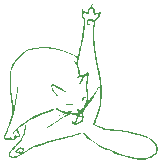
<source format=gbr>
%TF.GenerationSoftware,KiCad,Pcbnew,(5.99.0-12635-ga738257c43)*%
%TF.CreationDate,2021-10-13T00:21:35+02:00*%
%TF.ProjectId,plate,706c6174-652e-46b6-9963-61645f706362,rev?*%
%TF.SameCoordinates,Original*%
%TF.FileFunction,Paste,Top*%
%TF.FilePolarity,Positive*%
%FSLAX46Y46*%
G04 Gerber Fmt 4.6, Leading zero omitted, Abs format (unit mm)*
G04 Created by KiCad (PCBNEW (5.99.0-12635-ga738257c43)) date 2021-10-13 00:21:35*
%MOMM*%
%LPD*%
G01*
G04 APERTURE LIST*
G04 APERTURE END LIST*
%TO.C, *%
G36*
X161778239Y-129240553D02*
G01*
X161807802Y-129168389D01*
X161851785Y-129144745D01*
X161885130Y-129176059D01*
X161890000Y-129211835D01*
X161906257Y-129282999D01*
X161948765Y-129293169D01*
X162008132Y-129253083D01*
X162074962Y-129173481D01*
X162139863Y-129065100D01*
X162193440Y-128938680D01*
X162221664Y-128832687D01*
X162229950Y-128718519D01*
X162191354Y-128654480D01*
X162092549Y-128625469D01*
X162034313Y-128620357D01*
X161915704Y-128605632D01*
X161824596Y-128581526D01*
X161814313Y-128576749D01*
X161728056Y-128566043D01*
X161592751Y-128601146D01*
X161406147Y-128683209D01*
X161165995Y-128813384D01*
X160870044Y-128992821D01*
X160516043Y-129222670D01*
X160402297Y-129298858D01*
X160198625Y-129432842D01*
X160009828Y-129551026D01*
X159846344Y-129647467D01*
X159718612Y-129716220D01*
X159637070Y-129751341D01*
X159611814Y-129748949D01*
X159644649Y-129716954D01*
X159733464Y-129652029D01*
X159865812Y-129562756D01*
X160029248Y-129457719D01*
X160081814Y-129424831D01*
X160290181Y-129293212D01*
X160508198Y-129152065D01*
X160709550Y-129018613D01*
X160863557Y-128913156D01*
X161019645Y-128806091D01*
X161169309Y-128708093D01*
X161288414Y-128634801D01*
X161323557Y-128615127D01*
X161408578Y-128564531D01*
X161419583Y-128542093D01*
X161357406Y-128547690D01*
X161222882Y-128581201D01*
X161016847Y-128642502D01*
X160913717Y-128675059D01*
X160693038Y-128743984D01*
X160541399Y-128787890D01*
X160460059Y-128806830D01*
X160450278Y-128800860D01*
X160513315Y-128770037D01*
X160650431Y-128714416D01*
X160770000Y-128668705D01*
X160932894Y-128605792D01*
X161067422Y-128550854D01*
X161156015Y-128511233D01*
X161180815Y-128497015D01*
X161160210Y-128471367D01*
X161079160Y-128426735D01*
X160952647Y-128370834D01*
X160880249Y-128342292D01*
X160676752Y-128261662D01*
X160540768Y-128198587D01*
X160463338Y-128147090D01*
X160435506Y-128101192D01*
X160448312Y-128054915D01*
X160448693Y-128054305D01*
X160483413Y-128020984D01*
X160534390Y-128034405D01*
X160597947Y-128077234D01*
X160685967Y-128127485D01*
X160825515Y-128191720D01*
X160992093Y-128258992D01*
X161063923Y-128285413D01*
X161417847Y-128411530D01*
X161578683Y-128329348D01*
X161693156Y-128280352D01*
X161761968Y-128277508D01*
X161784424Y-128292144D01*
X161806436Y-128341100D01*
X161778530Y-128368568D01*
X161762224Y-128401592D01*
X161819308Y-128441667D01*
X161830747Y-128447026D01*
X161999449Y-128490631D01*
X162181112Y-128467021D01*
X162281284Y-128430460D01*
X162430000Y-128366883D01*
X162340000Y-128305384D01*
X162272380Y-128238385D01*
X162251555Y-128174644D01*
X162282075Y-128136579D01*
X162305102Y-128133470D01*
X162375203Y-128161734D01*
X162410000Y-128193564D01*
X162486189Y-128249252D01*
X162551834Y-128227533D01*
X162599399Y-128131070D01*
X162600694Y-128126179D01*
X162640453Y-128025059D01*
X162684011Y-127983386D01*
X162718177Y-128005662D01*
X162730000Y-128082055D01*
X162720307Y-128179464D01*
X162700000Y-128236478D01*
X162699014Y-128242704D01*
X162734512Y-128206777D01*
X162781610Y-128124406D01*
X162819326Y-128003921D01*
X162826253Y-127967626D01*
X162858721Y-127839453D01*
X162915481Y-127679225D01*
X162971740Y-127548902D01*
X163056114Y-127316461D01*
X163090028Y-127068836D01*
X163074407Y-126788585D01*
X163026020Y-126525434D01*
X162996437Y-126364828D01*
X162980952Y-126217218D01*
X162982726Y-126116894D01*
X162998418Y-126021132D01*
X163022937Y-125871974D01*
X163052064Y-125695077D01*
X163065774Y-125611901D01*
X163091262Y-125448133D01*
X163108789Y-125317116D01*
X163116116Y-125236733D01*
X163114794Y-125220343D01*
X163063884Y-125218364D01*
X162983231Y-125286068D01*
X162871790Y-125424576D01*
X162729225Y-125633908D01*
X162628877Y-125782348D01*
X162541572Y-125899116D01*
X162477325Y-125971598D01*
X162447588Y-125988602D01*
X162439096Y-125938236D01*
X162479245Y-125833577D01*
X162564873Y-125681391D01*
X162657546Y-125539385D01*
X162773843Y-125369116D01*
X162676950Y-125369116D01*
X162578537Y-125382449D01*
X162450543Y-125415755D01*
X162410000Y-125429211D01*
X162293969Y-125469542D01*
X162234603Y-125484593D01*
X162212934Y-125475197D01*
X162209994Y-125442186D01*
X162210000Y-125437994D01*
X162243552Y-125389137D01*
X162324275Y-125343481D01*
X162324721Y-125343312D01*
X162439442Y-125299942D01*
X162341977Y-124923882D01*
X162296974Y-124749155D01*
X162257494Y-124593912D01*
X162229395Y-124481273D01*
X162221329Y-124447665D01*
X162179500Y-124347655D01*
X162109420Y-124240812D01*
X162104073Y-124234260D01*
X162041998Y-124150280D01*
X162010851Y-124090017D01*
X162010000Y-124084024D01*
X162036953Y-124049382D01*
X162101970Y-124061833D01*
X162172892Y-124109751D01*
X162217278Y-124142258D01*
X162243115Y-124126220D01*
X162262768Y-124048420D01*
X162270205Y-124005751D01*
X162279936Y-123894190D01*
X162270320Y-123816396D01*
X162262794Y-123803445D01*
X162186037Y-123748682D01*
X162051050Y-123673674D01*
X161874620Y-123586006D01*
X161673536Y-123493265D01*
X161464586Y-123403035D01*
X161264558Y-123322904D01*
X161090241Y-123260457D01*
X161002444Y-123233948D01*
X160627801Y-123137386D01*
X160310870Y-123066320D01*
X160034286Y-123018581D01*
X159780679Y-122991998D01*
X159532684Y-122984402D01*
X159272933Y-122993623D01*
X159150000Y-123002484D01*
X158824406Y-123031776D01*
X158563289Y-123064321D01*
X158351148Y-123105318D01*
X158172483Y-123159967D01*
X158011793Y-123233467D01*
X157853580Y-123331020D01*
X157682342Y-123457825D01*
X157601799Y-123521871D01*
X157325292Y-123778782D01*
X157089715Y-124075438D01*
X156881928Y-124429144D01*
X156824845Y-124545170D01*
X156746070Y-124731142D01*
X156688597Y-124919126D01*
X156650900Y-125123248D01*
X156631454Y-125357633D01*
X156628734Y-125636405D01*
X156641213Y-125973690D01*
X156651510Y-126150347D01*
X156670795Y-126440489D01*
X156689246Y-126675582D01*
X156709545Y-126880625D01*
X156734376Y-127080617D01*
X156766423Y-127300558D01*
X156793411Y-127472429D01*
X156810651Y-127597779D01*
X156829961Y-127764126D01*
X156845012Y-127913123D01*
X156871000Y-128193564D01*
X156917235Y-128013280D01*
X156947701Y-127875484D01*
X156984655Y-127679850D01*
X157024637Y-127448046D01*
X157064190Y-127201737D01*
X157099856Y-126962593D01*
X157128178Y-126752279D01*
X157145696Y-126592463D01*
X157147415Y-126571009D01*
X157156921Y-126443747D01*
X157164187Y-126350672D01*
X157166790Y-126320615D01*
X157201644Y-126292022D01*
X157215869Y-126290568D01*
X157239329Y-126318932D01*
X157246563Y-126409360D01*
X157238141Y-126569852D01*
X157236829Y-126585709D01*
X157184178Y-127047059D01*
X157103461Y-127539219D01*
X156999072Y-128044964D01*
X156875407Y-128547067D01*
X156736860Y-129028303D01*
X156587827Y-129471447D01*
X156432703Y-129859272D01*
X156363628Y-130007999D01*
X156276962Y-130192355D01*
X156207520Y-130354197D01*
X156161233Y-130478577D01*
X156144033Y-130550548D01*
X156145070Y-130558867D01*
X156198699Y-130600992D01*
X156295726Y-130616448D01*
X156404162Y-130605377D01*
X156492014Y-130567919D01*
X156504285Y-130557287D01*
X156593382Y-130503386D01*
X156672895Y-130512940D01*
X156718958Y-130579420D01*
X156765359Y-130643848D01*
X156825214Y-130649531D01*
X156885373Y-130622101D01*
X156914999Y-130548035D01*
X156922414Y-130487176D01*
X156946247Y-130375390D01*
X156992138Y-130336941D01*
X156992414Y-130336940D01*
X157044113Y-130356788D01*
X157050000Y-130372330D01*
X157083277Y-130412632D01*
X157159651Y-130430262D01*
X157243938Y-130419063D01*
X157264318Y-130409836D01*
X157323928Y-130345984D01*
X157305822Y-130266696D01*
X157248887Y-130205061D01*
X157180975Y-130114027D01*
X157143759Y-130015231D01*
X157120611Y-129936340D01*
X157088489Y-129924984D01*
X157062234Y-129942764D01*
X157002662Y-130012261D01*
X156946335Y-130103659D01*
X156883644Y-130195610D01*
X156831570Y-130209799D01*
X156796920Y-130160271D01*
X156804748Y-130091568D01*
X156871645Y-129994280D01*
X156999558Y-129866757D01*
X157190433Y-129707353D01*
X157446217Y-129514419D01*
X157768858Y-129286306D01*
X158075206Y-129078191D01*
X158610183Y-128758527D01*
X159187942Y-128483506D01*
X159779042Y-128266619D01*
X159966065Y-128211734D01*
X160150788Y-128167918D01*
X160264539Y-128157650D01*
X160303062Y-128170591D01*
X160320842Y-128190745D01*
X160320234Y-128207997D01*
X160289884Y-128227216D01*
X160218438Y-128253268D01*
X160094543Y-128291019D01*
X159906845Y-128345336D01*
X159872133Y-128355315D01*
X159366077Y-128531831D01*
X158832724Y-128777186D01*
X158278948Y-129087769D01*
X157711620Y-129459968D01*
X157550553Y-129575260D01*
X157390487Y-129692709D01*
X157287040Y-129773156D01*
X157232062Y-129826627D01*
X157217400Y-129863148D01*
X157234902Y-129892745D01*
X157269805Y-129920556D01*
X157320623Y-129972269D01*
X157302288Y-130008769D01*
X157299377Y-130010631D01*
X157280377Y-130048253D01*
X157323119Y-130110190D01*
X157349571Y-130136222D01*
X157432842Y-130254837D01*
X157444285Y-130370731D01*
X157390789Y-130466893D01*
X157279244Y-130526315D01*
X157187142Y-130537255D01*
X157095748Y-130547512D01*
X157050925Y-130572668D01*
X157050000Y-130577318D01*
X157016883Y-130648871D01*
X156937661Y-130720809D01*
X156842526Y-130769425D01*
X156794897Y-130777634D01*
X156700156Y-130754681D01*
X156651860Y-130719784D01*
X156595007Y-130683144D01*
X156512460Y-130703681D01*
X156510065Y-130704768D01*
X156402808Y-130727097D01*
X156258980Y-130723536D01*
X156233102Y-130720099D01*
X156049999Y-130692598D01*
X156050000Y-130510938D01*
X156072881Y-130338680D01*
X156124933Y-130222935D01*
X156210289Y-130083661D01*
X156307285Y-129897774D01*
X156401847Y-129694537D01*
X156479899Y-129503211D01*
X156503691Y-129435520D01*
X156597588Y-129137902D01*
X156674233Y-128869795D01*
X156731363Y-128640891D01*
X156766713Y-128460880D01*
X156778019Y-128339452D01*
X156770337Y-128294353D01*
X156747296Y-128212182D01*
X156732694Y-128085038D01*
X156730000Y-128002408D01*
X156723765Y-127864168D01*
X156707097Y-127678565D01*
X156683051Y-127477216D01*
X156671105Y-127393007D01*
X156635113Y-127115977D01*
X156603830Y-126803980D01*
X156578077Y-126473561D01*
X156558672Y-126141266D01*
X156546434Y-125823640D01*
X156542185Y-125537230D01*
X156546742Y-125298580D01*
X156559330Y-125136109D01*
X156638610Y-124782842D01*
X156781283Y-124422290D01*
X156976223Y-124076315D01*
X157212303Y-123766780D01*
X157307277Y-123666435D01*
X157540070Y-123446883D01*
X157744965Y-123282408D01*
X157939791Y-123162344D01*
X158142379Y-123076023D01*
X158370561Y-123012778D01*
X158416384Y-123002884D01*
X158607314Y-122970262D01*
X158846886Y-122939828D01*
X159103752Y-122915090D01*
X159334711Y-122900085D01*
X159580135Y-122891139D01*
X159773158Y-122891181D01*
X159941056Y-122901985D01*
X160111102Y-122925326D01*
X160310571Y-122962976D01*
X160314711Y-122963818D01*
X160659291Y-123037658D01*
X160945501Y-123108546D01*
X161194383Y-123183224D01*
X161426981Y-123268433D01*
X161664336Y-123370914D01*
X161828963Y-123448925D01*
X162005336Y-123534072D01*
X162152840Y-123604081D01*
X162258210Y-123652749D01*
X162308182Y-123673870D01*
X162310458Y-123674150D01*
X162320061Y-123634506D01*
X162343988Y-123533569D01*
X162378287Y-123388053D01*
X162407011Y-123265804D01*
X162453683Y-123070098D01*
X162500478Y-122879196D01*
X162540186Y-122722299D01*
X162555365Y-122664858D01*
X162604233Y-122456497D01*
X162654039Y-122195272D01*
X162701721Y-121902945D01*
X162744219Y-121601282D01*
X162778471Y-121312046D01*
X162801417Y-121057002D01*
X162809995Y-120857915D01*
X162810000Y-120854424D01*
X162807139Y-120662385D01*
X162796831Y-120533131D01*
X162776480Y-120449467D01*
X162743496Y-120394200D01*
X162740000Y-120390231D01*
X162702992Y-120329805D01*
X162680749Y-120236968D01*
X162670124Y-120093527D01*
X162668007Y-119973838D01*
X162672175Y-119780241D01*
X162686888Y-119659690D01*
X162711415Y-119613996D01*
X162745024Y-119644968D01*
X162773485Y-119713014D01*
X162833990Y-119810725D01*
X162902450Y-119851088D01*
X163003681Y-119879012D01*
X163053171Y-119897014D01*
X163100488Y-119895376D01*
X163139664Y-119835181D01*
X163165021Y-119761128D01*
X163214540Y-119646422D01*
X163277539Y-119562285D01*
X163294739Y-119549135D01*
X163366287Y-119478537D01*
X163428507Y-119375081D01*
X163430847Y-119369668D01*
X163483426Y-119277198D01*
X163530768Y-119240136D01*
X163558598Y-119261251D01*
X163552640Y-119343307D01*
X163551924Y-119346206D01*
X163546917Y-119434331D01*
X163595299Y-119506684D01*
X163631943Y-119538216D01*
X163701568Y-119610190D01*
X163733620Y-119700073D01*
X163741240Y-119812073D01*
X163743769Y-120000662D01*
X163900712Y-120000662D01*
X164037402Y-119982620D01*
X164161980Y-119938587D01*
X164172597Y-119932658D01*
X164267516Y-119892221D01*
X164317107Y-119898754D01*
X164309959Y-119942068D01*
X164249402Y-120001220D01*
X164172495Y-120092117D01*
X164162822Y-120178456D01*
X164154312Y-120252587D01*
X164104141Y-120340788D01*
X164002640Y-120458923D01*
X163972822Y-120490132D01*
X163858641Y-120616973D01*
X163795411Y-120713843D01*
X163771351Y-120800496D01*
X163770000Y-120830232D01*
X163763144Y-120937613D01*
X163745252Y-121089230D01*
X163722555Y-121237799D01*
X163704836Y-121371827D01*
X163696102Y-121524726D01*
X163696350Y-121711918D01*
X163705578Y-121948831D01*
X163722402Y-122230104D01*
X163738810Y-122468166D01*
X163754951Y-122684313D01*
X163769597Y-122863415D01*
X163781522Y-122990340D01*
X163788518Y-123045457D01*
X163807499Y-123157250D01*
X163826740Y-123285600D01*
X163826773Y-123285836D01*
X163871836Y-123591941D01*
X163918557Y-123875075D01*
X163964064Y-124119395D01*
X164005487Y-124309057D01*
X164026449Y-124387571D01*
X164062062Y-124527376D01*
X164104909Y-124727429D01*
X164151504Y-124968571D01*
X164198360Y-125231647D01*
X164241989Y-125497500D01*
X164278905Y-125746973D01*
X164292346Y-125848380D01*
X164306188Y-125998972D01*
X164318047Y-126205913D01*
X164326901Y-126445434D01*
X164331727Y-126693763D01*
X164332273Y-126777326D01*
X164325299Y-127124375D01*
X164300001Y-127447708D01*
X164252880Y-127766522D01*
X164180437Y-128100016D01*
X164079173Y-128467386D01*
X163950083Y-128874314D01*
X163888129Y-129065650D01*
X163838240Y-129228965D01*
X163804635Y-129349707D01*
X163791534Y-129413323D01*
X163792135Y-129418950D01*
X163833010Y-129447435D01*
X163926306Y-129499411D01*
X164052233Y-129563879D01*
X164058515Y-129566979D01*
X164356398Y-129685128D01*
X164722695Y-129781560D01*
X165148327Y-129854471D01*
X165624217Y-129902058D01*
X165795425Y-129912127D01*
X166083723Y-129930951D01*
X166322067Y-129959224D01*
X166540388Y-130002083D01*
X166768615Y-130064666D01*
X166870000Y-130096571D01*
X167045569Y-130145857D01*
X167248054Y-130192024D01*
X167384111Y-130216913D01*
X167593535Y-130263962D01*
X167842667Y-130341862D01*
X168102778Y-130439970D01*
X168345140Y-130547639D01*
X168504542Y-130632092D01*
X168737316Y-130800483D01*
X168909064Y-131002286D01*
X168995354Y-131158233D01*
X169074315Y-131404585D01*
X169075847Y-131635993D01*
X169001792Y-131848304D01*
X168853993Y-132037367D01*
X168634290Y-132199032D01*
X168504011Y-132265599D01*
X168374422Y-132314931D01*
X168211124Y-132363944D01*
X168037095Y-132407322D01*
X167875313Y-132439748D01*
X167748755Y-132455903D01*
X167690000Y-132453966D01*
X167644415Y-132447482D01*
X167536771Y-132433645D01*
X167384435Y-132414655D01*
X167248478Y-132398012D01*
X167032530Y-132360868D01*
X166763288Y-132297951D01*
X166460813Y-132215460D01*
X166145166Y-132119596D01*
X165836408Y-132016559D01*
X165554601Y-131912549D01*
X165319804Y-131813764D01*
X165250151Y-131780426D01*
X165103617Y-131714093D01*
X164916825Y-131639120D01*
X164726120Y-131569966D01*
X164694473Y-131559348D01*
X164544816Y-131503507D01*
X164387760Y-131430642D01*
X164213064Y-131334615D01*
X164010485Y-131209286D01*
X163769781Y-131048517D01*
X163480710Y-130846170D01*
X163356680Y-130757551D01*
X163189430Y-130630396D01*
X163031294Y-130497500D01*
X162896696Y-130372211D01*
X162800059Y-130267877D01*
X162757539Y-130203119D01*
X162739021Y-130121651D01*
X162768742Y-130103813D01*
X162846440Y-130149516D01*
X162971853Y-130258672D01*
X163000141Y-130285695D01*
X163162003Y-130431281D01*
X163374476Y-130606394D01*
X163620526Y-130797783D01*
X163883119Y-130992198D01*
X164145075Y-131176290D01*
X164273546Y-131250974D01*
X164447685Y-131335271D01*
X164636850Y-131414741D01*
X164705075Y-131440231D01*
X164914873Y-131518477D01*
X165143825Y-131608501D01*
X165349481Y-131693523D01*
X165390000Y-131711031D01*
X165750369Y-131856613D01*
X166134566Y-131990822D01*
X166520728Y-132107220D01*
X166886995Y-132199367D01*
X167211504Y-132260822D01*
X167293875Y-132271888D01*
X167593095Y-132302386D01*
X167832819Y-132312403D01*
X168031483Y-132299553D01*
X168207526Y-132261447D01*
X168379385Y-132195697D01*
X168548474Y-132109388D01*
X168757342Y-131957203D01*
X168894423Y-131776979D01*
X168959133Y-131577207D01*
X168950886Y-131366379D01*
X168869099Y-131152985D01*
X168713188Y-130945515D01*
X168633806Y-130869485D01*
X168467598Y-130749983D01*
X168244212Y-130627395D01*
X167985523Y-130510906D01*
X167713409Y-130409702D01*
X167449748Y-130332968D01*
X167270000Y-130296894D01*
X167097374Y-130266305D01*
X166937283Y-130229929D01*
X166821060Y-130194998D01*
X166810475Y-130190803D01*
X166685153Y-130143743D01*
X166553615Y-130106874D01*
X166400894Y-130077861D01*
X166212026Y-130054369D01*
X165972046Y-130034065D01*
X165690000Y-130016003D01*
X165260361Y-129982837D01*
X164892954Y-129935090D01*
X164570728Y-129868908D01*
X164276636Y-129780437D01*
X163993628Y-129665823D01*
X163861000Y-129602527D01*
X163702970Y-129516078D01*
X163614604Y-129444555D01*
X163589435Y-129378268D01*
X163620994Y-129307530D01*
X163645046Y-129279056D01*
X163707410Y-129181370D01*
X163779971Y-129019019D01*
X163858522Y-128806154D01*
X163938853Y-128556926D01*
X164016757Y-128285486D01*
X164088026Y-128005986D01*
X164148450Y-127732576D01*
X164193821Y-127479408D01*
X164206132Y-127392303D01*
X164230461Y-127075752D01*
X164232081Y-126700331D01*
X164212626Y-126283494D01*
X164173728Y-125842697D01*
X164117020Y-125395396D01*
X164044134Y-124959047D01*
X163956703Y-124551105D01*
X163930703Y-124447665D01*
X163890612Y-124274372D01*
X163844115Y-124042331D01*
X163794860Y-123772283D01*
X163746494Y-123484972D01*
X163702665Y-123201140D01*
X163670051Y-122965331D01*
X163634592Y-122621465D01*
X163611528Y-122250723D01*
X163601012Y-121873394D01*
X163603196Y-121509772D01*
X163618232Y-121180146D01*
X163646273Y-120904807D01*
X163654178Y-120853680D01*
X163656412Y-120789963D01*
X163654736Y-120746940D01*
X163640982Y-120696351D01*
X163597656Y-120715557D01*
X163590000Y-120721798D01*
X163539716Y-120747721D01*
X163530000Y-120727961D01*
X163500904Y-120701646D01*
X163470337Y-120707180D01*
X163407307Y-120696406D01*
X163386057Y-120665860D01*
X163336214Y-120607888D01*
X163272240Y-120617122D01*
X163215431Y-120688928D01*
X163209009Y-120704374D01*
X163176977Y-120803454D01*
X163188868Y-120858046D01*
X163257383Y-120897432D01*
X163300000Y-120914156D01*
X163381125Y-120951627D01*
X163393998Y-120981451D01*
X163370000Y-121002452D01*
X163257764Y-121039892D01*
X163163734Y-120999772D01*
X163116248Y-120934669D01*
X163084114Y-120854338D01*
X163084483Y-120773906D01*
X163117674Y-120657341D01*
X163118731Y-120654227D01*
X163165690Y-120542612D01*
X163216847Y-120491433D01*
X163271399Y-120481419D01*
X163353549Y-120495256D01*
X163387679Y-120517721D01*
X163439759Y-120539460D01*
X163482834Y-120534967D01*
X163566495Y-120546758D01*
X163606501Y-120577355D01*
X163640451Y-120603192D01*
X163684551Y-120593561D01*
X163753833Y-120540433D01*
X163853707Y-120445273D01*
X163952908Y-120337718D01*
X164023484Y-120242585D01*
X164050000Y-120181089D01*
X164038305Y-120138514D01*
X163989989Y-120123018D01*
X163885202Y-120129077D01*
X163869368Y-120130823D01*
X163756614Y-120135820D01*
X163680862Y-120124834D01*
X163666542Y-120115248D01*
X163650763Y-120057275D01*
X163634789Y-119948563D01*
X163627123Y-119871656D01*
X163606860Y-119719529D01*
X163571343Y-119635045D01*
X163511181Y-119605936D01*
X163431513Y-119616102D01*
X163332150Y-119679736D01*
X163268558Y-119801668D01*
X163250000Y-119938270D01*
X163224906Y-120033824D01*
X163188827Y-120081763D01*
X163135204Y-120107698D01*
X163075793Y-120080891D01*
X163032395Y-120042980D01*
X162926404Y-119972577D01*
X162843497Y-119976296D01*
X162791142Y-120051781D01*
X162778059Y-120123232D01*
X162788317Y-120251881D01*
X162848059Y-120339440D01*
X162889144Y-120387666D01*
X162913896Y-120453774D01*
X162926200Y-120557356D01*
X162929937Y-120718001D01*
X162930000Y-120752833D01*
X162920281Y-120973135D01*
X162892843Y-121254302D01*
X162850256Y-121579693D01*
X162795094Y-121932667D01*
X162729931Y-122296584D01*
X162657338Y-122654804D01*
X162591008Y-122945299D01*
X162539956Y-123159143D01*
X162494258Y-123356603D01*
X162458133Y-123519010D01*
X162435803Y-123627694D01*
X162432525Y-123646404D01*
X162390501Y-123914677D01*
X162361948Y-124118012D01*
X162346142Y-124270328D01*
X162342360Y-124385540D01*
X162349877Y-124477565D01*
X162367969Y-124560322D01*
X162382486Y-124607918D01*
X162426519Y-124766252D01*
X162461902Y-124932513D01*
X162467541Y-124967439D01*
X162512286Y-125132897D01*
X162585749Y-125243906D01*
X162679748Y-125288621D01*
X162689635Y-125288990D01*
X162756446Y-125265536D01*
X162858432Y-125205011D01*
X162940435Y-125145751D01*
X163050584Y-125065399D01*
X163123576Y-125031248D01*
X163181185Y-125035313D01*
X163208119Y-125047604D01*
X163264587Y-125094490D01*
X163270549Y-125127847D01*
X163256438Y-125179846D01*
X163235040Y-125293385D01*
X163209504Y-125450563D01*
X163188198Y-125595808D01*
X163160729Y-125774684D01*
X163133332Y-125923834D01*
X163109549Y-126025496D01*
X163095474Y-126060731D01*
X163088748Y-126111677D01*
X163097238Y-126221802D01*
X163119042Y-126372017D01*
X163135496Y-126462133D01*
X163189743Y-126810480D01*
X163205802Y-127101138D01*
X163183590Y-127329255D01*
X163152041Y-127433652D01*
X163116474Y-127532733D01*
X163120779Y-127564220D01*
X163165282Y-127527843D01*
X163250308Y-127423330D01*
X163376183Y-127250410D01*
X163382551Y-127241387D01*
X163511602Y-127058425D01*
X163651560Y-126860121D01*
X163777889Y-126681240D01*
X163811869Y-126633155D01*
X163903574Y-126501110D01*
X163976463Y-126391867D01*
X164018614Y-126323454D01*
X164023841Y-126312650D01*
X164057515Y-126291227D01*
X164068817Y-126298207D01*
X164059291Y-126340029D01*
X164011661Y-126434013D01*
X163933523Y-126566552D01*
X163832470Y-126724039D01*
X163824293Y-126736306D01*
X163682752Y-126949517D01*
X163585184Y-127100078D01*
X163529826Y-127191078D01*
X163514917Y-127225608D01*
X163538694Y-127206759D01*
X163587282Y-127151924D01*
X163650586Y-127087169D01*
X163686639Y-127068895D01*
X163689801Y-127076080D01*
X163666233Y-127130022D01*
X163602910Y-127230035D01*
X163511246Y-127360598D01*
X163402659Y-127506191D01*
X163288563Y-127651292D01*
X163180374Y-127780383D01*
X163133064Y-127832997D01*
X163029426Y-127963058D01*
X162938795Y-128107340D01*
X162909955Y-128165951D01*
X162851042Y-128277835D01*
X162789281Y-128358205D01*
X162767188Y-128375355D01*
X162727350Y-128405370D01*
X162719584Y-128451684D01*
X162742726Y-128539180D01*
X162757464Y-128582834D01*
X162795008Y-128775317D01*
X162782793Y-128965472D01*
X162724434Y-129127289D01*
X162672167Y-129196613D01*
X162523133Y-129311747D01*
X162341975Y-129402994D01*
X162161774Y-129455535D01*
X162078408Y-129462625D01*
X161934252Y-129437045D01*
X161828676Y-129373023D01*
X161820343Y-129358052D01*
X162130000Y-129358052D01*
X162162405Y-129355587D01*
X162243611Y-129327269D01*
X162280000Y-129312231D01*
X162387922Y-129266163D01*
X162468208Y-129232196D01*
X162480000Y-129227280D01*
X162526453Y-129175555D01*
X162530000Y-129155079D01*
X162562087Y-129096635D01*
X162587793Y-129081344D01*
X162645330Y-129019910D01*
X162673247Y-128905574D01*
X162669668Y-128760588D01*
X162632722Y-128607200D01*
X162628640Y-128596206D01*
X162571044Y-128465965D01*
X162529154Y-128409511D01*
X162506092Y-128421504D01*
X162504980Y-128496603D01*
X162528940Y-128629465D01*
X162553702Y-128724400D01*
X162561124Y-128797783D01*
X162534375Y-128813313D01*
X162488666Y-128776174D01*
X162439209Y-128691550D01*
X162436148Y-128684337D01*
X162382067Y-128554132D01*
X162352075Y-128765952D01*
X162313838Y-128932537D01*
X162252920Y-129102340D01*
X162226042Y-129158687D01*
X162171345Y-129265026D01*
X162136562Y-129339005D01*
X162130000Y-129358052D01*
X161820343Y-129358052D01*
X161778621Y-129283093D01*
X161778239Y-129240553D01*
G37*
G36*
X160257807Y-126022386D02*
G01*
X160383233Y-126075809D01*
X160535458Y-126167636D01*
X160706939Y-126270482D01*
X160900440Y-126373760D01*
X161033739Y-126436961D01*
X161167703Y-126504438D01*
X161258120Y-126567658D01*
X161296745Y-126618065D01*
X161275330Y-126647105D01*
X161240000Y-126650940D01*
X161175777Y-126631780D01*
X161060526Y-126580606D01*
X160911902Y-126506487D01*
X160747558Y-126418494D01*
X160585148Y-126325696D01*
X160472168Y-126256451D01*
X160312686Y-126165135D01*
X160208605Y-126131222D01*
X160158437Y-126155777D01*
X160160697Y-126239867D01*
X160213897Y-126384557D01*
X160233632Y-126427472D01*
X160324242Y-126589956D01*
X160438311Y-126756851D01*
X160499916Y-126833194D01*
X160597080Y-126957617D01*
X160629056Y-127035592D01*
X160621106Y-127056668D01*
X160570062Y-127053560D01*
X160481248Y-126979819D01*
X160424234Y-126918234D01*
X160278500Y-126730346D01*
X160165477Y-126540627D01*
X160090246Y-126362463D01*
X160057883Y-126209243D01*
X160073468Y-126094355D01*
X160098000Y-126058202D01*
X160166944Y-126017571D01*
X160257807Y-126022386D01*
G37*
G36*
X161875502Y-127692597D02*
G01*
X161921451Y-127718565D01*
X161915678Y-127762988D01*
X161910000Y-127772902D01*
X161854702Y-127799071D01*
X161747249Y-127812174D01*
X161614279Y-127812986D01*
X161482433Y-127802282D01*
X161378353Y-127780836D01*
X161332686Y-127756113D01*
X161319850Y-127726761D01*
X161348694Y-127707631D01*
X161431768Y-127695324D01*
X161581624Y-127686445D01*
X161591730Y-127686003D01*
X161768654Y-127682578D01*
X161875502Y-127692597D01*
G37*
G36*
X157945981Y-129439478D02*
G01*
X157954409Y-129527035D01*
X157941623Y-129670802D01*
X157911205Y-129850805D01*
X157866733Y-130047074D01*
X157811789Y-130239637D01*
X157791854Y-130299296D01*
X157701751Y-130513686D01*
X157578967Y-130725009D01*
X157414610Y-130945356D01*
X157199791Y-131186816D01*
X156965798Y-131422628D01*
X156805504Y-131580334D01*
X156695002Y-131695715D01*
X156625268Y-131780763D01*
X156587280Y-131847469D01*
X156572013Y-131907822D01*
X156570000Y-131948604D01*
X156581755Y-132051852D01*
X156631307Y-132110753D01*
X156690239Y-132139878D01*
X156824854Y-132169683D01*
X156984088Y-132151673D01*
X157183904Y-132083551D01*
X157235156Y-132061496D01*
X157413118Y-131982650D01*
X157328466Y-131897865D01*
X157251982Y-131843482D01*
X157190665Y-131833506D01*
X157126885Y-131822294D01*
X157066934Y-131775819D01*
X157026271Y-131722854D01*
X157027300Y-131677847D01*
X157076140Y-131614176D01*
X157113176Y-131574629D01*
X157228195Y-131470652D01*
X157344105Y-131393724D01*
X157441046Y-131355162D01*
X157491174Y-131359276D01*
X157529109Y-131411062D01*
X157499788Y-131452282D01*
X157463775Y-131458706D01*
X157393415Y-131481454D01*
X157299224Y-131537059D01*
X157207300Y-131606569D01*
X157143741Y-131671030D01*
X157130000Y-131701124D01*
X157160888Y-131733290D01*
X157229883Y-131735314D01*
X157301482Y-131708432D01*
X157318514Y-131694563D01*
X157380314Y-131668098D01*
X157425161Y-131703067D01*
X157432058Y-131780877D01*
X157429232Y-131792598D01*
X157423590Y-131835499D01*
X157450206Y-131825564D01*
X157517958Y-131758671D01*
X157530044Y-131745797D01*
X157608792Y-131649013D01*
X157636347Y-131569676D01*
X157628448Y-131491695D01*
X157616959Y-131409009D01*
X157639855Y-131382717D01*
X157676008Y-131386340D01*
X157727990Y-131432025D01*
X157745210Y-131522498D01*
X157728308Y-131630694D01*
X157677922Y-131729548D01*
X157667616Y-131741786D01*
X157625709Y-131792740D01*
X157623138Y-131811649D01*
X157665560Y-131795760D01*
X157758632Y-131742319D01*
X157908011Y-131648575D01*
X158057418Y-131552099D01*
X158240359Y-131437322D01*
X158404369Y-131346056D01*
X158572363Y-131267832D01*
X158767261Y-131192183D01*
X159011979Y-131108643D01*
X159069243Y-131089961D01*
X159429881Y-130976760D01*
X159816180Y-130862217D01*
X160207114Y-130752131D01*
X160581654Y-130652296D01*
X160918772Y-130568510D01*
X161150000Y-130516382D01*
X161329592Y-130475807D01*
X161504569Y-130431788D01*
X161639773Y-130393218D01*
X161650000Y-130389922D01*
X161958920Y-130290095D01*
X162200041Y-130215811D01*
X162380830Y-130165450D01*
X162508750Y-130137393D01*
X162591269Y-130130023D01*
X162635850Y-130141721D01*
X162649959Y-130170868D01*
X162650000Y-130173128D01*
X162613994Y-130196636D01*
X162515670Y-130237625D01*
X162369570Y-130291340D01*
X162190235Y-130353029D01*
X161992204Y-130417939D01*
X161790021Y-130481315D01*
X161598224Y-130538406D01*
X161431356Y-130584458D01*
X161303958Y-130614718D01*
X161291751Y-130617112D01*
X161160199Y-130644384D01*
X160977685Y-130685288D01*
X160764059Y-130735043D01*
X160539175Y-130788867D01*
X160322884Y-130841980D01*
X160135036Y-130889599D01*
X159995485Y-130926944D01*
X159950000Y-130940277D01*
X159574752Y-131057751D01*
X159265362Y-131156715D01*
X159011040Y-131241619D01*
X158801000Y-131316911D01*
X158624453Y-131387042D01*
X158470612Y-131456463D01*
X158328687Y-131529622D01*
X158187892Y-131610971D01*
X158037439Y-131704959D01*
X157934155Y-131771805D01*
X157681793Y-131934622D01*
X157483128Y-132057683D01*
X157326211Y-132147030D01*
X157199093Y-132208700D01*
X157089823Y-132248735D01*
X156986452Y-132273174D01*
X156923293Y-132282736D01*
X156761123Y-132283242D01*
X156617756Y-132231123D01*
X156610000Y-132226859D01*
X156523630Y-132171292D01*
X156483275Y-132111474D01*
X156472411Y-132015666D01*
X156472582Y-131962930D01*
X156480755Y-131852400D01*
X156510818Y-131765757D01*
X156576582Y-131674905D01*
X156656954Y-131587815D01*
X156755195Y-131478980D01*
X156830297Y-131383650D01*
X156863116Y-131328501D01*
X156909740Y-131269171D01*
X156942942Y-131258391D01*
X156999563Y-131229228D01*
X157090773Y-131151747D01*
X157202147Y-131040960D01*
X157319265Y-130911877D01*
X157427703Y-130779511D01*
X157501086Y-130677449D01*
X157575229Y-130539074D01*
X157653404Y-130351460D01*
X157727790Y-130138879D01*
X157790565Y-129925606D01*
X157833908Y-129735915D01*
X157850000Y-129594524D01*
X157859675Y-129474841D01*
X157884214Y-129404207D01*
X157916888Y-129393491D01*
X157945981Y-129439478D01*
G37*
G36*
X162967929Y-127080235D02*
G01*
X162970000Y-127107253D01*
X162939370Y-127167226D01*
X162870000Y-127228366D01*
X162798108Y-127292965D01*
X162770000Y-127350799D01*
X162747678Y-127415794D01*
X162700224Y-127437636D01*
X162675579Y-127424599D01*
X162648844Y-127347964D01*
X162687300Y-127252147D01*
X162783775Y-127153963D01*
X162888078Y-127079627D01*
X162945383Y-127056075D01*
X162967929Y-127080235D01*
G37*
G36*
X160367125Y-128821639D02*
G01*
X160338049Y-128849335D01*
X160330000Y-128854605D01*
X160256712Y-128889996D01*
X160221733Y-128884114D01*
X160230000Y-128854605D01*
X160287084Y-128819746D01*
X160322360Y-128815156D01*
X160367125Y-128821639D01*
G37*
G36*
X160159166Y-128910527D02*
G01*
X160147237Y-128928736D01*
X160106666Y-128931569D01*
X160063985Y-128921784D01*
X160082500Y-128907364D01*
X160145015Y-128902588D01*
X160159166Y-128910527D01*
G37*
%TD*%
M02*

</source>
